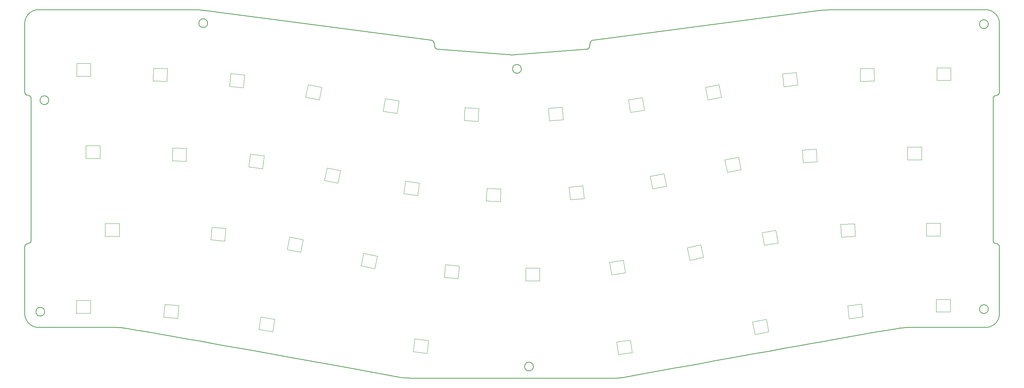
<source format=gm1>
G04 #@! TF.GenerationSoftware,KiCad,Pcbnew,8.0.1*
G04 #@! TF.CreationDate,2024-06-23T14:06:00+09:00*
G04 #@! TF.ProjectId,noraneko42gr,6e6f7261-6e65-46b6-9f34-3267722e6b69,rev?*
G04 #@! TF.SameCoordinates,Original*
G04 #@! TF.FileFunction,Profile,NP*
%FSLAX46Y46*%
G04 Gerber Fmt 4.6, Leading zero omitted, Abs format (unit mm)*
G04 Created by KiCad (PCBNEW 8.0.1) date 2024-06-23 14:06:00*
%MOMM*%
%LPD*%
G01*
G04 APERTURE LIST*
G04 #@! TA.AperFunction,Profile*
%ADD10C,0.199999*%
G04 #@! TD*
G04 #@! TA.AperFunction,Profile*
%ADD11C,0.150000*%
G04 #@! TD*
%ADD12C,0.199999*%
G04 #@! TA.AperFunction,Profile*
%ADD13C,0.100000*%
G04 #@! TD*
G04 APERTURE END LIST*
D10*
X161893636Y-97011089D02*
X161922952Y-97017787D01*
D11*
X182960000Y-101960000D02*
G75*
G02*
X180760000Y-101960000I-1100000J0D01*
G01*
X180760000Y-101960000D02*
G75*
G02*
X182960000Y-101960000I1100000J0D01*
G01*
D10*
X302675255Y-108142025D02*
X302689902Y-108110754D01*
X302193446Y-108566675D02*
X302226872Y-108554368D01*
X161082994Y-95455434D02*
X161077387Y-95425239D01*
X58988305Y-145899109D02*
X58957182Y-145915280D01*
X205698686Y-94104644D02*
X256362016Y-87442810D01*
X299670616Y-166870330D02*
X299842316Y-166847089D01*
X301221406Y-145292667D02*
X301230470Y-145333314D01*
X302125672Y-165420042D02*
X302221545Y-165276321D01*
X59688336Y-108719489D02*
X59555937Y-108678874D01*
X200218411Y-95368355D02*
X200211020Y-95398088D01*
X200450008Y-94984341D02*
X200408270Y-95027131D01*
X301275561Y-145447939D02*
X301296181Y-145483209D01*
X60763412Y-166652357D02*
X60925753Y-166708662D01*
X301409353Y-108837907D02*
X301393880Y-108851378D01*
X161286090Y-96494286D02*
X161304310Y-96534608D01*
X59837883Y-108794030D02*
X59803285Y-108771317D01*
X58553622Y-146411949D02*
X58544196Y-146445589D01*
X199299650Y-97031879D02*
X199329256Y-97026636D01*
X301585435Y-145705317D02*
X301717997Y-145746134D01*
X302749349Y-163655878D02*
X302756502Y-163482138D01*
X61774684Y-87086136D02*
X61601377Y-87100821D01*
X59155297Y-145837611D02*
X59289434Y-145802759D01*
X299853609Y-87142620D02*
X299681913Y-87119296D01*
X59049263Y-165257563D02*
X59145093Y-165401305D01*
X301990354Y-108622050D02*
X301856774Y-108658854D01*
X301911918Y-165693572D02*
X302022424Y-165559226D01*
X61949288Y-87080154D02*
X61774684Y-87086136D01*
X58536145Y-107926380D02*
X58544196Y-107960522D01*
X161324287Y-96574019D02*
X161345984Y-96612465D01*
X302703286Y-108078838D02*
X302715377Y-108046312D01*
X155727845Y-94119817D02*
X104920919Y-87431166D01*
X161269665Y-96453111D02*
X161286090Y-96494286D01*
X58515868Y-90489643D02*
X58517470Y-90664367D01*
X199587349Y-96947482D02*
X199614863Y-96935182D01*
X300507195Y-166670965D02*
X300666457Y-166606778D01*
X58576487Y-146346318D02*
X58564395Y-146378846D01*
X301425365Y-108825016D02*
X301409353Y-108837907D01*
X58717410Y-146110975D02*
X58695757Y-146137645D01*
X60297294Y-87516279D02*
X60149037Y-87603544D01*
X302485332Y-146055490D02*
X302432861Y-146010743D01*
X301296181Y-145483209D02*
X301319406Y-145516761D01*
X58897432Y-145951214D02*
X58868860Y-145970905D01*
X302533849Y-146104222D02*
X302485332Y-146055490D01*
X59052909Y-108535317D02*
X59086335Y-108547624D01*
X301212907Y-145208613D02*
X301215514Y-145251050D01*
X103449155Y-87264103D02*
X102711446Y-87200358D01*
X302124482Y-108587199D02*
X301990354Y-108622050D01*
X302463767Y-164820953D02*
X302528991Y-164662099D01*
X200746742Y-94789053D02*
X200692508Y-94813802D01*
X58595863Y-89803049D02*
X58563136Y-89972252D01*
X59915180Y-145544814D02*
X59928949Y-145529714D01*
X58524275Y-107856727D02*
X58529495Y-107891769D01*
X60449523Y-87436567D02*
X60297294Y-87516279D01*
X59928949Y-145529714D02*
X59942123Y-145514108D01*
X302709233Y-163999390D02*
X302733554Y-163828396D01*
X200639990Y-94841800D02*
X200589334Y-94872950D01*
X301281237Y-108995652D02*
X301271936Y-109013899D01*
X302733554Y-163828396D02*
X302749349Y-163655878D01*
X300822346Y-166534781D02*
X300974564Y-166455102D01*
X160303991Y-94721356D02*
X160273798Y-94717328D01*
X60058619Y-145232055D02*
X60060340Y-145210899D01*
X301325105Y-108926786D02*
X301313166Y-108943347D01*
X58538817Y-90143285D02*
X58523022Y-90315849D01*
X60037975Y-145334356D02*
X60043662Y-145314422D01*
X161612512Y-96905692D02*
X161639453Y-96919313D01*
X60764708Y-87300317D02*
X60605427Y-87364538D01*
X199614863Y-96935182D02*
X199642097Y-96922191D01*
X302352901Y-108492333D02*
X302382351Y-108473798D01*
X199531534Y-96969996D02*
X199559569Y-96959087D01*
X99752676Y-87077670D02*
X99011911Y-87080154D01*
X199832328Y-96758347D02*
X199860539Y-96724353D01*
X302285821Y-145918163D02*
X302253913Y-145903236D01*
X301470658Y-145653492D02*
X301507141Y-145673585D01*
X301393880Y-108851378D02*
X301378961Y-108865411D01*
X301717997Y-145746134D02*
X301851081Y-145784964D01*
X61090876Y-166756903D02*
X61258486Y-166796951D01*
X301337668Y-108910693D02*
X301325105Y-108926786D01*
X60147784Y-166349087D02*
X60296040Y-166436354D01*
X153607847Y-179532294D02*
X154380324Y-179594971D01*
X99011911Y-87080154D02*
X61949288Y-87080154D01*
X59289434Y-145802759D02*
X59423009Y-145765954D01*
D11*
X185970000Y-176720000D02*
G75*
G02*
X183770000Y-176720000I-1100000J0D01*
G01*
X183770000Y-176720000D02*
G75*
G02*
X185970000Y-176720000I1100000J0D01*
G01*
D10*
X302465321Y-108411500D02*
X302491093Y-108388620D01*
X302432861Y-146010743D02*
X302376654Y-145970264D01*
X302221237Y-145889588D02*
X302187819Y-145877254D01*
X301417364Y-87819242D02*
X301277965Y-87717225D01*
D11*
X299984720Y-90720000D02*
G75*
G02*
X297784720Y-90720000I-1100000J0D01*
G01*
X297784720Y-90720000D02*
G75*
G02*
X299984720Y-90720000I1100000J0D01*
G01*
D10*
X59988574Y-145447005D02*
X59998556Y-145429152D01*
X302578191Y-146156655D02*
X302533849Y-146104222D01*
X154380324Y-179594971D02*
X155154091Y-179638978D01*
X162011871Y-97033571D02*
X162041791Y-97037383D01*
X60031536Y-145353990D02*
X60037975Y-145334356D01*
X200026706Y-96414061D02*
X200039487Y-96371303D01*
X301531988Y-108760900D02*
X301513033Y-108769917D01*
X201038499Y-94717414D02*
X200977892Y-94724471D01*
X300518460Y-87319093D02*
X300356129Y-87262754D01*
D11*
X104330000Y-90470000D02*
G75*
G02*
X102130000Y-90470000I-1100000J0D01*
G01*
X102130000Y-90470000D02*
G75*
G02*
X104330000Y-90470000I1100000J0D01*
G01*
D10*
X300179730Y-166775405D02*
X300344854Y-166727217D01*
X161577011Y-96878479D02*
X161612512Y-96905692D01*
X200408270Y-95027131D02*
X200369129Y-95072588D01*
X59803285Y-108771317D02*
X59766752Y-108751222D01*
X104185706Y-87341045D02*
X103449155Y-87264103D01*
X160589386Y-94810783D02*
X160535152Y-94786035D01*
X59120474Y-145847211D02*
X59086335Y-145858197D01*
X301805223Y-88167765D02*
X301681288Y-88044640D01*
X302022424Y-165559226D02*
X302125672Y-165420042D01*
X58520513Y-146584830D02*
X58518235Y-146620633D01*
X161046038Y-95306782D02*
X161035968Y-95277830D01*
X155154091Y-179638978D02*
X155928809Y-179664285D01*
X58957182Y-108490641D02*
X58988305Y-108506791D01*
X301513033Y-108769917D02*
X301494532Y-108779627D01*
X102711446Y-87200358D02*
X101972762Y-87149825D01*
X301723790Y-108697578D02*
X301591447Y-108738189D01*
X60061226Y-109971495D02*
X60061226Y-141663203D01*
X199417112Y-97006614D02*
X199446035Y-96998517D01*
X58518235Y-146620633D02*
X58517470Y-146656764D01*
X101233284Y-87112522D02*
X100493195Y-87088465D01*
X302382351Y-108473798D02*
X302410922Y-108454125D01*
X58589871Y-108091702D02*
X58620404Y-108153564D01*
X58517470Y-107249472D02*
X58517470Y-107749354D01*
X59998556Y-145429152D02*
X60007857Y-145410905D01*
X58763903Y-146060345D02*
X58740135Y-146085197D01*
X199995598Y-96497258D02*
X200012064Y-96456064D01*
X58589871Y-146314399D02*
X58576487Y-146346318D01*
D11*
X299984720Y-162290000D02*
G75*
G02*
X297784720Y-162290000I-1100000J0D01*
G01*
X297784720Y-162290000D02*
G75*
G02*
X299984720Y-162290000I1100000J0D01*
G01*
D10*
X59998556Y-108976956D02*
X59977926Y-108941662D01*
X301507141Y-145673585D02*
X301545438Y-145690910D01*
X302491093Y-108388620D02*
X302515877Y-108364742D01*
X199802586Y-96791094D02*
X199832328Y-96758347D01*
X59864349Y-166152429D02*
X60003789Y-166254402D01*
X161982082Y-97029032D02*
X162011871Y-97033571D01*
X60061226Y-141663203D02*
X60061226Y-145189555D01*
X59360147Y-88277918D02*
X59249700Y-88412266D01*
X161345984Y-96612465D02*
X161369364Y-96649887D01*
X260790100Y-87101051D02*
X260049999Y-87124982D01*
X302766744Y-90508692D02*
X302759602Y-90334899D01*
X199240036Y-97040204D02*
X199269906Y-97036403D01*
X204566452Y-179689214D02*
X205341780Y-179682634D01*
X301242593Y-145372841D02*
X301257661Y-145411100D01*
X152836999Y-179450976D02*
X153607847Y-179532294D01*
X160982674Y-95167952D02*
X160949166Y-95117457D01*
X58620404Y-108153564D02*
X58655773Y-108212565D01*
X302584022Y-108287473D02*
X302604576Y-108259955D01*
X58740135Y-108320850D02*
X58788688Y-108369570D01*
X302259559Y-108540745D02*
X302291477Y-108525841D01*
X59555937Y-108678874D02*
X59422875Y-108640114D01*
X302226872Y-108554368D02*
X302259559Y-108540745D01*
X58960915Y-165109580D02*
X59049263Y-165257563D01*
X300985777Y-87535198D02*
X300833580Y-87455443D01*
X161806826Y-96986748D02*
X161835560Y-96995566D01*
X200369129Y-95072588D02*
X200332731Y-95120617D01*
X199503259Y-96980206D02*
X199531534Y-96969996D01*
X199559569Y-96959087D02*
X199587349Y-96947482D01*
X258571770Y-87212492D02*
X257833997Y-87276062D01*
X201038499Y-94717414D02*
X205698686Y-94104644D01*
X199210054Y-97043280D02*
X199240036Y-97040204D01*
X58521612Y-163636836D02*
X58537406Y-163809371D01*
X59248290Y-165540506D02*
X59358738Y-165674862D01*
X59422875Y-108640114D02*
X59289284Y-108603205D01*
X301851081Y-145784964D02*
X301984700Y-145821809D01*
X59476321Y-165804072D02*
X59600320Y-165927135D01*
X199642097Y-96922191D02*
X199669038Y-96908511D01*
X302709421Y-146397752D02*
X302683973Y-146333339D01*
X200204522Y-95428061D02*
X200198915Y-95458253D01*
X301545438Y-145690910D02*
X301585435Y-145705317D01*
X59900828Y-145559389D02*
X59915180Y-145544814D01*
X200494196Y-94944317D02*
X200450008Y-94984341D01*
X301681288Y-88044640D02*
X301551903Y-87928423D01*
X59837883Y-145612077D02*
X59854422Y-145599785D01*
X58637498Y-146222647D02*
X58620404Y-146252528D01*
X58544196Y-146445589D02*
X58536145Y-146479733D01*
X59766752Y-145654884D02*
X59785253Y-145645174D01*
X300833580Y-87455443D02*
X300677709Y-87383366D01*
X60925753Y-166708662D02*
X61090876Y-166756903D01*
X59785253Y-145645174D02*
X59803285Y-145634790D01*
X155928809Y-179664285D02*
X156704137Y-179670865D01*
X302187819Y-145877254D02*
X302153686Y-145866269D01*
X199269906Y-97036403D02*
X199299650Y-97031879D01*
X302755494Y-107875780D02*
X302759257Y-107840340D01*
X302253913Y-145903236D02*
X302221237Y-145889588D01*
X199977344Y-96537587D02*
X199995598Y-96497258D01*
X199860539Y-96724353D02*
X199887182Y-96689166D01*
X58564395Y-146378846D02*
X58553622Y-146411949D01*
X161035968Y-95277830D02*
X161025004Y-95249174D01*
X58523022Y-90315849D02*
X58515868Y-90489643D01*
X200977892Y-94724471D02*
X200918266Y-94735261D01*
X302735575Y-107979574D02*
X302743626Y-107945433D01*
X200299224Y-95171121D02*
X200268754Y-95224004D01*
X301213273Y-141682246D02*
X301212907Y-145208613D01*
X100493195Y-87088465D02*
X99752676Y-87077670D01*
X161750027Y-96967020D02*
X161778311Y-96977231D01*
X58636884Y-89635980D02*
X58595863Y-89803049D01*
X302743626Y-107945433D02*
X302750275Y-107910823D01*
X301436101Y-145630782D02*
X301470658Y-145653492D01*
X58620404Y-146252528D02*
X58604519Y-146283123D01*
X302539439Y-89328491D02*
X302474266Y-89169622D01*
X302755523Y-146639366D02*
X302753249Y-146603593D01*
X161013147Y-95220832D02*
X160998299Y-95194100D01*
X301248257Y-109070815D02*
X301241819Y-109090450D01*
X61258486Y-166796951D02*
X61428286Y-166828677D01*
X58880167Y-164957661D02*
X58960915Y-165109580D01*
X200859767Y-94749685D02*
X200802544Y-94767648D01*
X59977926Y-108941662D02*
X59954686Y-108908092D01*
X302539645Y-108339901D02*
X302562369Y-108314133D01*
X59870435Y-108819214D02*
X59837883Y-108794030D01*
X302410922Y-108454125D02*
X302438589Y-108433347D01*
X199446035Y-96998517D02*
X199474754Y-96989714D01*
X301263330Y-109032521D02*
X301255432Y-109051499D01*
X301313166Y-108943347D02*
X301301866Y-108960357D01*
X58807132Y-164802106D02*
X58880167Y-164957661D01*
X301271936Y-109013899D02*
X301263330Y-109032521D01*
X301218568Y-109235251D02*
X301218202Y-109990187D01*
X301218202Y-109990187D02*
X301213273Y-141682246D01*
X58517470Y-146656764D02*
X58516060Y-163288417D01*
X302528991Y-164662099D02*
X302586265Y-164500214D01*
X58516060Y-163288417D02*
X58514458Y-163463083D01*
X302291477Y-108525841D02*
X302322601Y-108509692D01*
X302474266Y-89169622D02*
X302401262Y-89014088D01*
X302750275Y-107910823D02*
X302755494Y-107875780D01*
X302653473Y-146271496D02*
X302618139Y-146212507D01*
X60448260Y-166516074D02*
X60604149Y-166588118D01*
X301277965Y-87717225D02*
X301134004Y-87622501D01*
X160787699Y-94941234D02*
X160741208Y-94904093D01*
X61599983Y-166851951D02*
X61773279Y-166866646D01*
X199912221Y-96652842D02*
X199935619Y-96615434D01*
X59820833Y-145623752D02*
X59837883Y-145612077D01*
X58957182Y-145915280D02*
X58926882Y-145932661D01*
X59020223Y-145884181D02*
X58988305Y-145899109D01*
X302159307Y-108577630D02*
X302193446Y-108566675D01*
X301350841Y-108895087D02*
X301337668Y-108910693D01*
X301551903Y-87928423D02*
X301417364Y-87819242D01*
X104920919Y-87431166D02*
X104185706Y-87341045D01*
X161070888Y-95395260D02*
X161063497Y-95365514D01*
X59865628Y-87800225D02*
X59731069Y-87909386D01*
X59050674Y-88695176D02*
X58962327Y-88843138D01*
X302737637Y-146498575D02*
X302729596Y-146464454D01*
X301223718Y-109171803D02*
X301221175Y-109192752D01*
X59052909Y-145870532D02*
X59020223Y-145884181D01*
X161449228Y-96755456D02*
X161478966Y-96788224D01*
X58814460Y-146013561D02*
X58788688Y-146036454D01*
X161922952Y-97017787D02*
X161952439Y-97023769D01*
X302756288Y-146675463D02*
X302755523Y-146639366D01*
X199771349Y-96822538D02*
X199802586Y-96791094D01*
X299681913Y-87119296D02*
X299508617Y-87104546D01*
X301221175Y-109192752D02*
X301219454Y-109213907D01*
X160422122Y-94746643D02*
X160363621Y-94732189D01*
X280450680Y-166890979D02*
X299322709Y-166890979D01*
X199887182Y-96689166D02*
X199912221Y-96652842D01*
X160535152Y-94786035D02*
X160479348Y-94764624D01*
X300666457Y-166606778D02*
X300822346Y-166534781D01*
X60149037Y-87603544D02*
X60005049Y-87698235D01*
X59020223Y-108521694D02*
X59052909Y-108535317D01*
X60016464Y-145392284D02*
X60024361Y-145373306D01*
X58536145Y-146479733D02*
X58529495Y-146514344D01*
X302438589Y-108433347D02*
X302465321Y-108411500D01*
X59942123Y-145514108D02*
X59954686Y-145498016D01*
X302635473Y-164335600D02*
X302676501Y-164168558D01*
X101972762Y-87149825D02*
X101233284Y-87112522D01*
X59600320Y-165927135D02*
X59729761Y-166043297D01*
X301922800Y-88296972D02*
X301805223Y-88167765D01*
X60052727Y-145273727D02*
X60056077Y-145253004D01*
X161778311Y-96977231D02*
X161806826Y-96986748D01*
X61601377Y-87100821D02*
X61429665Y-87124081D01*
X59977926Y-145464446D02*
X59988574Y-145447005D01*
X161835560Y-96995566D02*
X161864501Y-97003681D01*
X59766752Y-108751222D02*
X59728399Y-108733897D01*
X200540687Y-94907154D02*
X200494196Y-94944317D01*
X161864501Y-97003681D02*
X161893636Y-97011089D01*
X206890265Y-179613320D02*
X207662742Y-179550643D01*
X301476501Y-108790010D02*
X301458954Y-108801049D01*
X302759602Y-90334899D02*
X302743825Y-90162336D01*
X59688336Y-145686618D02*
X59708574Y-145679788D01*
X58524275Y-146549388D02*
X58520513Y-146584830D01*
X262271394Y-87092855D02*
X261530624Y-87090340D01*
X261530624Y-87090340D02*
X260790100Y-87101051D01*
X60043662Y-145314422D02*
X60048584Y-145294206D01*
X302316932Y-145934333D02*
X302285821Y-145918163D01*
X200235869Y-95309689D02*
X200226693Y-95338882D01*
X59289284Y-108603205D02*
X59155297Y-108568148D01*
X200918266Y-94735261D02*
X200859767Y-94749685D01*
X59954686Y-145498016D02*
X59966625Y-145481456D01*
X200211020Y-95398088D02*
X200204522Y-95428061D01*
X59146503Y-88551452D02*
X59050674Y-88695176D01*
X61428286Y-166828677D02*
X61599983Y-166851951D01*
X60604149Y-166588118D02*
X60763412Y-166652357D01*
X302596667Y-89490394D02*
X302539439Y-89328491D01*
X302726149Y-108013213D02*
X302735575Y-107979574D01*
X262271394Y-87092855D02*
X299334016Y-87098499D01*
X161231530Y-96325026D02*
X161242348Y-96368425D01*
X301494532Y-108779627D02*
X301476501Y-108790010D01*
X299842316Y-166847089D02*
X300012119Y-166815405D01*
X161063497Y-95365514D02*
X161055214Y-95336015D01*
X58594451Y-164149583D02*
X58635471Y-164316655D01*
X302604576Y-108259955D02*
X302624004Y-108231616D01*
X302715377Y-108046312D02*
X302726149Y-108013213D01*
X300344854Y-166727217D02*
X300507195Y-166670965D01*
X59555987Y-145727228D02*
X59688336Y-145686618D01*
X302744278Y-146533162D02*
X302737637Y-146498575D01*
X302642278Y-108202492D02*
X302659371Y-108172616D01*
X58988305Y-108506791D02*
X59020223Y-108521694D01*
X301984700Y-145821809D02*
X302118867Y-145856669D01*
X301373221Y-145578108D02*
X301403584Y-145605604D01*
X301856774Y-108658854D02*
X301723790Y-108697578D01*
X60605427Y-87364538D02*
X60449523Y-87436567D01*
X59086335Y-108547624D02*
X59120474Y-108558580D01*
X59145093Y-165401305D02*
X59248290Y-165540506D01*
X59966625Y-145481456D02*
X59977926Y-145464446D01*
X302749491Y-146568179D02*
X302744278Y-146533162D01*
X199474754Y-96989714D02*
X199503259Y-96980206D01*
X301134004Y-87622501D02*
X300985777Y-87535198D01*
X59731069Y-87909386D02*
X59601671Y-88025590D01*
X199387999Y-97014001D02*
X199417112Y-97006614D01*
X59747796Y-145663903D02*
X59766752Y-145654884D01*
X160873625Y-95024005D02*
X160831887Y-94981237D01*
X301540833Y-166062090D02*
X301670271Y-165945896D01*
X162071832Y-97040463D02*
X180640596Y-98496720D01*
X302676501Y-164168558D02*
X302709233Y-163999390D01*
X58684669Y-164481301D02*
X58741928Y-164643219D01*
X161304310Y-96534608D02*
X161324287Y-96574019D01*
X301319406Y-145516761D02*
X301345123Y-145548443D01*
X59249700Y-88412266D02*
X59146503Y-88551452D01*
X200332731Y-95120617D02*
X200299224Y-95171121D01*
X301230470Y-145333314D02*
X301242593Y-145372841D01*
X60005049Y-87698235D02*
X59865628Y-87800225D01*
X302322601Y-108509692D02*
X302352901Y-108492333D01*
X161639453Y-96919313D02*
X161666688Y-96932261D01*
X58563136Y-89972252D02*
X58538817Y-90143285D01*
X302136414Y-88570504D02*
X302033235Y-88431319D01*
X58517470Y-90664367D02*
X58517470Y-107249472D01*
X160692561Y-94869907D02*
X160641905Y-94838772D01*
X302765138Y-90683414D02*
X302766744Y-90508692D01*
X301241819Y-109090450D02*
X301236132Y-109110385D01*
D12*
X80819909Y-166872630D02*
X81040926Y-166872730D01*
X81258267Y-166874602D01*
X81485392Y-166880604D01*
X81735762Y-166893095D01*
X82022839Y-166914432D01*
X82360085Y-166946974D01*
X82760960Y-166993078D01*
X83238926Y-167055104D01*
X83807444Y-167135408D01*
X84479976Y-167236349D01*
X85269983Y-167360284D01*
X86190927Y-167509574D01*
X87256269Y-167686574D01*
X88479470Y-167893643D01*
X89873991Y-168133140D01*
X91453295Y-168407423D01*
X93230842Y-168718849D01*
X95220094Y-169069777D01*
X97434512Y-169462564D01*
X99887557Y-169899569D01*
X102592692Y-170383151D01*
X105563377Y-170915666D01*
X108813074Y-171499474D01*
X112355243Y-172136932D01*
X116203348Y-172830398D01*
X120370848Y-173582231D01*
X124871205Y-174394788D01*
X129717881Y-175270428D01*
X134924337Y-176211508D01*
X140504034Y-177220388D01*
X146470434Y-178299424D01*
X152836999Y-179450976D01*
D10*
X59728399Y-108733897D02*
X59688336Y-108719489D01*
X160479348Y-94764624D02*
X160422122Y-94746643D01*
X301441904Y-108812723D02*
X301425365Y-108825016D01*
X161478966Y-96788224D02*
X161510201Y-96819689D01*
X199358710Y-97020676D02*
X199387999Y-97014001D01*
X60061226Y-109216552D02*
X60061226Y-109971495D01*
X58788688Y-108369570D02*
X58841193Y-108414296D01*
X200256899Y-95252230D02*
X200245937Y-95280799D01*
X161666688Y-96932261D02*
X161694203Y-96944531D01*
X200589334Y-94872950D02*
X200540687Y-94907154D01*
X59120474Y-108558580D02*
X59155297Y-108568148D01*
X61947880Y-166872630D02*
X80819909Y-166872630D01*
X60052727Y-109132381D02*
X60043662Y-109091686D01*
X60056077Y-145253004D02*
X60058619Y-145232055D01*
X301257661Y-145411100D02*
X301275561Y-145447939D01*
X58517470Y-107749354D02*
X58518235Y-107785484D01*
X161510201Y-96819689D02*
X161542895Y-96849792D01*
X61773279Y-166866646D02*
X61947880Y-166872630D01*
X199738654Y-96852626D02*
X199771349Y-96822538D01*
X61259845Y-87155788D02*
X61092214Y-87195815D01*
X58604519Y-146283123D02*
X58589871Y-146314399D01*
X302756502Y-163482138D02*
X302754899Y-163307475D01*
X301231210Y-109130601D02*
X301227067Y-109151080D01*
X300012119Y-166815405D02*
X300179730Y-166775405D01*
X59358738Y-165674862D02*
X59476321Y-165804072D01*
X301571210Y-108745017D02*
X301551386Y-108752594D01*
X58686081Y-89471343D02*
X58636884Y-89635980D01*
X301378961Y-108865411D02*
X301364610Y-108879987D01*
X302221545Y-165276321D02*
X302309929Y-165128366D01*
X161694203Y-96944531D02*
X161721987Y-96956119D01*
X58741928Y-164643219D02*
X58807132Y-164802106D01*
X199210054Y-97043280D02*
X180640947Y-98496720D01*
X299508617Y-87104546D02*
X299334016Y-87098499D01*
X58564395Y-108027260D02*
X58589871Y-108091702D01*
X161255072Y-96411138D02*
X161269665Y-96453111D01*
X160912767Y-95069443D02*
X160873625Y-95024005D01*
X302743825Y-90162336D02*
X302719528Y-89991303D01*
X60016464Y-109013825D02*
X59998556Y-108976956D01*
X257097353Y-87352836D02*
X256362016Y-87442810D01*
X161231530Y-96325026D02*
X161082994Y-95455434D01*
X161721987Y-96956119D02*
X161750027Y-96967020D01*
X58695757Y-108268421D02*
X58740135Y-108320850D01*
X302689902Y-108110754D02*
X302703286Y-108078838D01*
X58788688Y-146036454D02*
X58763903Y-146060345D01*
X302618139Y-146212507D02*
X302578191Y-146156655D01*
X59870435Y-145586893D02*
X59885909Y-145573422D01*
X59928949Y-108876394D02*
X59900828Y-108846718D01*
X59477730Y-88148710D02*
X59360147Y-88277918D01*
X59803285Y-145634790D02*
X59820833Y-145623752D01*
X302320542Y-88862190D02*
X302232221Y-88714228D01*
X59708574Y-145679788D02*
X59728399Y-145672210D01*
X59086335Y-145858197D02*
X59052909Y-145870532D01*
X301406248Y-166171234D02*
X301540833Y-166062090D01*
X300356129Y-87262754D02*
X300191013Y-87214477D01*
X302756288Y-146675463D02*
X302754899Y-163307475D01*
X58655773Y-146193516D02*
X58637498Y-146222647D01*
X60024361Y-145373306D02*
X60031536Y-145353990D01*
X302124482Y-108587199D02*
X302159307Y-108577630D01*
X59423009Y-145765954D02*
X59555987Y-145727228D01*
X302232221Y-88714228D02*
X302136414Y-88570504D01*
X200245937Y-95280799D02*
X200235869Y-95309689D01*
X301551386Y-108752594D02*
X301531988Y-108760900D01*
X302759257Y-107840340D02*
X302761534Y-107804538D01*
X61429665Y-87124081D02*
X61259845Y-87155788D01*
X160641905Y-94838772D02*
X160589386Y-94810783D01*
X160243379Y-94714240D02*
X155727845Y-94119817D01*
X58514458Y-163463083D02*
X58521612Y-163636836D01*
X161077387Y-95425239D02*
X161070888Y-95395260D01*
X301458954Y-108801049D02*
X301441904Y-108812723D01*
D11*
X64530000Y-109820000D02*
G75*
G02*
X62330000Y-109820000I-1100000J0D01*
G01*
X62330000Y-109820000D02*
G75*
G02*
X64530000Y-109820000I1100000J0D01*
G01*
D10*
X60048584Y-145294206D02*
X60052727Y-145273727D01*
X161952439Y-97023769D02*
X161982082Y-97029032D01*
X301215514Y-145251050D02*
X301221406Y-145292667D01*
X200692508Y-94813802D02*
X200639990Y-94841800D01*
X58841193Y-108414296D02*
X58897432Y-108454748D01*
X257833997Y-87276062D02*
X257097353Y-87352836D01*
X58520513Y-107821286D02*
X58524275Y-107856727D01*
X302033235Y-88431319D02*
X301922800Y-88296972D01*
X160741208Y-94904093D02*
X160692561Y-94869907D01*
X301255432Y-109051499D02*
X301248257Y-109070815D01*
X260049999Y-87124982D02*
X259310496Y-87162131D01*
X301301866Y-108960357D02*
X301291218Y-108977799D01*
X206116498Y-179657327D02*
X206890265Y-179613320D01*
X301591447Y-108738189D02*
X301571210Y-108745017D01*
X58962327Y-88843138D02*
X58881579Y-88995036D01*
X300677709Y-87383366D02*
X300518460Y-87319093D01*
X302753249Y-146603593D02*
X302749491Y-146568179D01*
X200012064Y-96456064D02*
X200026706Y-96414061D01*
X301236132Y-109110385D02*
X301231210Y-109130601D01*
X299497315Y-166885002D02*
X299670616Y-166870330D01*
X302390708Y-164976476D02*
X302463767Y-164820953D01*
X58808544Y-89150570D02*
X58743340Y-89309439D01*
X60060340Y-145210899D02*
X60061226Y-145189555D01*
X161025004Y-95249174D02*
X161013147Y-95220832D01*
X59601671Y-88025590D02*
X59477730Y-88148710D01*
X59954686Y-108908092D02*
X59928949Y-108876394D01*
X161394389Y-96686231D02*
X161421023Y-96721439D01*
X161242348Y-96368425D02*
X161255072Y-96411138D01*
X59155297Y-145837611D02*
X59120474Y-145847211D01*
X160998299Y-95194100D02*
X160982674Y-95167952D01*
X61092214Y-87195815D02*
X60927069Y-87244034D01*
X60058619Y-109174052D02*
X60052727Y-109132381D01*
X200802544Y-94767648D02*
X200746742Y-94789053D01*
X60007857Y-145410905D02*
X60016464Y-145392284D01*
X199957338Y-96576997D02*
X199977344Y-96537587D01*
X200050370Y-96327845D02*
X200198915Y-95458253D01*
X301345123Y-145548443D02*
X301373221Y-145578108D01*
X160949166Y-95117457D02*
X160912767Y-95069443D01*
X302153686Y-145866269D02*
X302118867Y-145856669D01*
X259310496Y-87162131D02*
X258571770Y-87212492D01*
X200226693Y-95338882D02*
X200218411Y-95368355D01*
X205341780Y-179682634D02*
X206116498Y-179657327D01*
X59729761Y-166043297D02*
X59864349Y-166152429D01*
X58740135Y-146085197D02*
X58717410Y-146110975D01*
X156704137Y-179670865D02*
X204566452Y-179689214D01*
X161369364Y-96649887D02*
X161394389Y-96686231D01*
X301403584Y-145605604D02*
X301436101Y-145630782D01*
X58537406Y-163809371D02*
X58561724Y-163980388D01*
X200268754Y-95224004D02*
X200256899Y-95252230D01*
X60043662Y-109091686D02*
X60031536Y-109052118D01*
X161055214Y-95336015D02*
X161046038Y-95306782D01*
X199329256Y-97026636D02*
X199358710Y-97020676D01*
X302562369Y-108314133D02*
X302584022Y-108287473D01*
X301364610Y-108879987D02*
X301350841Y-108895087D01*
X302401262Y-89014088D02*
X302320542Y-88862190D01*
X302376654Y-145970264D02*
X302316932Y-145934333D01*
X301219454Y-109213907D02*
X301218568Y-109235251D01*
X59728399Y-145672210D02*
X59747796Y-145663903D01*
X58926882Y-145932661D02*
X58897432Y-145951214D01*
X302659371Y-108172616D02*
X302675255Y-108142025D01*
X200039487Y-96371303D02*
X200050370Y-96327845D01*
X161542895Y-96849792D02*
X161577011Y-96878479D01*
X302729596Y-146464454D02*
X302709421Y-146397752D01*
X302762651Y-107268512D02*
X302762300Y-107768409D01*
X58675202Y-146165170D02*
X58655773Y-146193516D01*
X301227067Y-109151080D02*
X301223718Y-109171803D01*
X60927069Y-87244034D02*
X60764708Y-87300317D01*
X302309929Y-165128366D02*
X302390708Y-164976476D01*
X60031536Y-109052118D02*
X60016464Y-109013825D01*
X300023408Y-87174389D02*
X299853609Y-87142620D01*
X60296040Y-166436354D02*
X60448260Y-166516074D01*
X58635471Y-164316655D02*
X58684669Y-164481301D01*
X160363621Y-94732189D02*
X160303991Y-94721356D01*
X60061226Y-109216552D02*
X60058619Y-109174052D01*
X199704538Y-96881301D02*
X199738654Y-96852626D01*
X207662742Y-179550643D02*
X208433590Y-179469325D01*
X300974564Y-166455102D02*
X301122818Y-166367866D01*
D12*
X280450680Y-166890979D02*
X280229662Y-166891079D01*
X280012321Y-166892951D01*
X279785196Y-166898953D01*
X279534826Y-166911444D01*
X279247749Y-166932781D01*
X278910503Y-166965323D01*
X278509628Y-167011427D01*
X278031662Y-167073453D01*
X277463144Y-167153757D01*
X276790612Y-167254698D01*
X276000605Y-167378633D01*
X275079661Y-167527923D01*
X274014319Y-167704923D01*
X272791118Y-167911992D01*
X271396597Y-168151489D01*
X269817293Y-168425772D01*
X268039746Y-168737198D01*
X266050494Y-169088126D01*
X263836076Y-169480913D01*
X261383031Y-169917918D01*
X258677896Y-170401500D01*
X255707211Y-170934015D01*
X252457514Y-171517823D01*
X248915345Y-172155281D01*
X245067240Y-172848747D01*
X240899740Y-173600580D01*
X236399383Y-174413137D01*
X231552707Y-175288777D01*
X226346251Y-176229857D01*
X220766554Y-177238737D01*
X214800154Y-178317773D01*
X208433590Y-179469325D01*
D10*
X162041791Y-97037383D02*
X162071832Y-97040463D01*
X302515877Y-108364742D02*
X302539645Y-108339901D01*
X302719528Y-89991303D02*
X302686826Y-89822101D01*
X199669038Y-96908511D02*
X199704538Y-96881301D01*
X59854422Y-145599785D02*
X59870435Y-145586893D01*
X301291218Y-108977799D02*
X301281237Y-108995652D01*
X302686826Y-89822101D02*
X302645834Y-89655031D01*
X199935619Y-96615434D02*
X199957338Y-96576997D01*
X59900828Y-108846718D02*
X59870435Y-108819214D01*
X302765138Y-90683414D02*
X302762651Y-107268512D01*
X301122818Y-166367866D02*
X301266811Y-166273201D01*
X58881579Y-88995036D02*
X58808544Y-89150570D01*
X301794267Y-165822779D02*
X301911918Y-165693572D01*
X301266811Y-166273201D02*
X301406248Y-166171234D01*
X160831887Y-94981237D02*
X160787699Y-94941234D01*
X58518235Y-107785484D02*
X58520513Y-107821286D01*
X302645834Y-89655031D02*
X302596667Y-89490394D01*
X301670271Y-165945896D02*
X301794267Y-165822779D01*
X58695757Y-146137645D02*
X58675202Y-146165170D01*
X59885909Y-145573422D02*
X59900828Y-145559389D01*
X300191013Y-87214477D02*
X300023408Y-87174389D01*
D11*
X63504720Y-162940000D02*
G75*
G02*
X61304720Y-162940000I-1100000J0D01*
G01*
X61304720Y-162940000D02*
G75*
G02*
X63504720Y-162940000I1100000J0D01*
G01*
D10*
X58841193Y-145991699D02*
X58814460Y-146013561D01*
X160273798Y-94717328D02*
X160243379Y-94714240D01*
X161421023Y-96721439D02*
X161449228Y-96755456D01*
X302683973Y-146333339D02*
X302653473Y-146271496D01*
X58743340Y-89309439D02*
X58686081Y-89471343D01*
X302761534Y-107804538D02*
X302762300Y-107768409D01*
X58529495Y-146514344D02*
X58524275Y-146549388D01*
X58868860Y-145970905D02*
X58841193Y-145991699D01*
X302586265Y-164500214D02*
X302635473Y-164335600D01*
X58897432Y-108454748D02*
X58957182Y-108490641D01*
X60003789Y-166254402D02*
X60147784Y-166349087D01*
X58655773Y-108212565D02*
X58695757Y-108268421D01*
X58529495Y-107891769D02*
X58536145Y-107926380D01*
X58561724Y-163980388D02*
X58594451Y-164149583D01*
X299322709Y-166890979D02*
X299497315Y-166885002D01*
X302624004Y-108231616D02*
X302642278Y-108202492D01*
X58544196Y-107960522D02*
X58564395Y-108027260D01*
D13*
X237999471Y-127236688D02*
X234563776Y-127904519D01*
X233953187Y-124763312D01*
X237388882Y-124095481D01*
X237999471Y-127236688D01*
X257038746Y-125306219D02*
X253543543Y-125489395D01*
X253376068Y-122293781D01*
X256871271Y-122110605D01*
X257038746Y-125306219D01*
X77349500Y-121255000D02*
X73849500Y-121255000D01*
X73849500Y-124455000D01*
X77349500Y-124455000D01*
X77349500Y-121255000D01*
X213775657Y-112306541D02*
X210318748Y-112854062D01*
X209818157Y-109693459D01*
X213275066Y-109145938D01*
X213775657Y-112306541D01*
X157405646Y-130609124D02*
X156960292Y-133777982D01*
X153494354Y-133290876D01*
X153939708Y-130122018D01*
X157405646Y-130609124D01*
X118481947Y-123797262D02*
X118091965Y-126973409D01*
X114618053Y-126546866D01*
X115008035Y-123370719D01*
X118481947Y-123797262D01*
X177774134Y-132068460D02*
X177662456Y-135266510D01*
X174164588Y-135144362D01*
X174276266Y-131946312D01*
X177774134Y-132068460D01*
X132923142Y-106588312D02*
X132312553Y-109729519D01*
X128876858Y-109061688D01*
X129487447Y-105920481D01*
X132923142Y-106588312D01*
X244933857Y-167943986D02*
X241504120Y-168641773D01*
X240866143Y-165506014D01*
X244295880Y-164808227D01*
X244933857Y-167943986D01*
X82150000Y-140785000D02*
X78650000Y-140785000D01*
X78650000Y-143985000D01*
X82150000Y-143985000D01*
X82150000Y-140785000D01*
X271402657Y-105010912D02*
X267903190Y-105071995D01*
X267847343Y-101872482D01*
X271346810Y-101811399D01*
X271402657Y-105010912D01*
X113607659Y-103491690D02*
X113273168Y-106674160D01*
X109792341Y-106308310D01*
X110126832Y-103125840D01*
X113607659Y-103491690D01*
X152253750Y-109943459D02*
X151753159Y-113104062D01*
X148296250Y-112556541D01*
X148796841Y-109395938D01*
X152253750Y-109943459D01*
X159681947Y-170200198D02*
X159291965Y-173376345D01*
X155818053Y-172949802D01*
X156208035Y-169773655D01*
X159681947Y-170200198D01*
X193442295Y-114749029D02*
X189950821Y-114993176D01*
X189727601Y-111800971D01*
X193219075Y-111556824D01*
X193442295Y-114749029D01*
X172307347Y-111950971D02*
X172084127Y-115143176D01*
X168592653Y-114899029D01*
X168815873Y-111706824D01*
X172307347Y-111950971D01*
X137661638Y-127531505D02*
X136996321Y-130661578D01*
X133572804Y-129933887D01*
X134238121Y-126803814D01*
X137661638Y-127531505D01*
X287949500Y-140710000D02*
X284449500Y-140710000D01*
X284449500Y-143910000D01*
X287949500Y-143910000D01*
X287949500Y-140710000D01*
X121151251Y-164853192D02*
X120595576Y-168004577D01*
X117148749Y-167396808D01*
X117704424Y-164245423D01*
X121151251Y-164853192D01*
X75000000Y-100560000D02*
X71500000Y-100560000D01*
X71500000Y-103760000D01*
X75000000Y-103760000D01*
X75000000Y-100560000D01*
X146861638Y-148981505D02*
X146196321Y-152111578D01*
X142772804Y-151383887D01*
X143438121Y-148253814D01*
X146861638Y-148981505D01*
X290549500Y-101639473D02*
X287049500Y-101639473D01*
X287049500Y-104839473D01*
X290549500Y-104839473D01*
X290549500Y-101639473D01*
X233099471Y-109036688D02*
X229663776Y-109704519D01*
X229053187Y-106563312D01*
X232488882Y-105895481D01*
X233099471Y-109036688D01*
X266604773Y-144037951D02*
X263106905Y-144160099D01*
X262995227Y-140962049D01*
X266493095Y-140839901D01*
X266604773Y-144037951D01*
X198670230Y-134501389D02*
X195183548Y-134806434D01*
X194904650Y-131618611D01*
X198391332Y-131313566D01*
X198670230Y-134501389D01*
X97082790Y-161408611D02*
X96803892Y-164596434D01*
X93317210Y-164291389D01*
X93596108Y-161103566D01*
X97082790Y-161408611D01*
X94212108Y-101881507D02*
X94156261Y-105081020D01*
X90656794Y-105019937D01*
X90712641Y-101820424D01*
X94212108Y-101881507D01*
X99054773Y-121937049D02*
X98943095Y-125135099D01*
X95445227Y-125012951D01*
X95556905Y-121814901D01*
X99054773Y-121937049D01*
X290449500Y-159815000D02*
X286949500Y-159815000D01*
X286949500Y-163015000D01*
X290449500Y-163015000D01*
X290449500Y-159815000D01*
X252197542Y-106033310D02*
X248716715Y-106399160D01*
X248382224Y-103216690D01*
X251863051Y-102850840D01*
X252197542Y-106033310D01*
X219319417Y-131376191D02*
X215895900Y-132103882D01*
X215230583Y-128973809D01*
X218654100Y-128246118D01*
X219319417Y-131376191D01*
X167382790Y-151433611D02*
X167103892Y-154621434D01*
X163617210Y-154316389D01*
X163896108Y-151128566D01*
X167382790Y-151433611D01*
X208978750Y-153156541D02*
X205521841Y-153704062D01*
X205021250Y-150543459D01*
X208478159Y-149995938D01*
X208978750Y-153156541D01*
X74975000Y-160110000D02*
X71475000Y-160110000D01*
X71475000Y-163310000D01*
X74975000Y-163310000D01*
X74975000Y-160110000D01*
X247263108Y-145664224D02*
X243811108Y-146241890D01*
X243282956Y-143085776D01*
X246734956Y-142508110D01*
X247263108Y-145664224D01*
X187550000Y-151970000D02*
X184050000Y-151970000D01*
X184050000Y-155170000D01*
X187550000Y-155170000D01*
X187550000Y-151970000D01*
X283249500Y-121590000D02*
X279749500Y-121590000D01*
X279749500Y-124790000D01*
X283249500Y-124790000D01*
X283249500Y-121590000D01*
X228584326Y-149283304D02*
X225167290Y-150040843D01*
X224474684Y-146916696D01*
X227891720Y-146159157D01*
X228584326Y-149283304D01*
X268574223Y-164204802D02*
X265100311Y-164631345D01*
X264710329Y-161455198D01*
X268184241Y-161028655D01*
X268574223Y-164204802D01*
X108857790Y-142008611D02*
X108578892Y-145196434D01*
X105092210Y-144891389D01*
X105371108Y-141703566D01*
X108857790Y-142008611D01*
X128273142Y-144838312D02*
X127662553Y-147979519D01*
X124226858Y-147311688D01*
X124837447Y-144170481D01*
X128273142Y-144838312D01*
X210681947Y-173249802D02*
X207208035Y-173676345D01*
X206818053Y-170500198D01*
X210291965Y-170073655D01*
X210681947Y-173249802D01*
M02*

</source>
